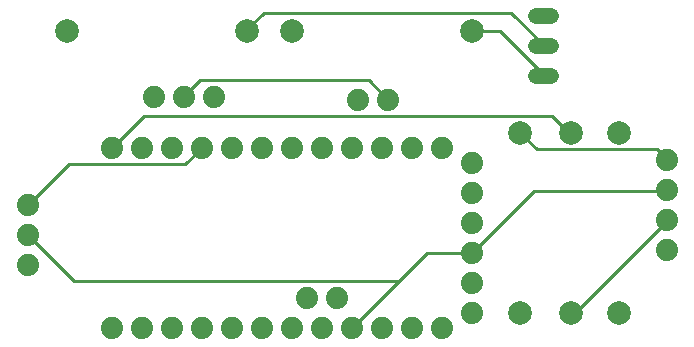
<source format=gbr>
G04 EAGLE Gerber RS-274X export*
G75*
%MOMM*%
%FSLAX34Y34*%
%LPD*%
%INBottom Copper*%
%IPPOS*%
%AMOC8*
5,1,8,0,0,1.08239X$1,22.5*%
G01*
%ADD10C,1.879600*%
%ADD11C,2.000000*%
%ADD12C,1.320800*%
%ADD13C,0.254000*%


D10*
X101600Y177800D03*
X127000Y177800D03*
X152400Y177800D03*
X177800Y177800D03*
X203200Y177800D03*
X228600Y177800D03*
X254000Y177800D03*
X279400Y177800D03*
X304800Y177800D03*
X330200Y177800D03*
X355600Y177800D03*
X381000Y177800D03*
X381000Y25400D03*
X355600Y25400D03*
X330200Y25400D03*
X304800Y25400D03*
X279400Y25400D03*
X254000Y25400D03*
X228600Y25400D03*
X203200Y25400D03*
X177800Y25400D03*
X152400Y25400D03*
X127000Y25400D03*
X101600Y25400D03*
X406400Y38100D03*
X406400Y63500D03*
X406400Y88900D03*
X406400Y114300D03*
X406400Y139700D03*
X406400Y165100D03*
X187960Y220980D03*
X162560Y220980D03*
X137160Y220980D03*
X266700Y50800D03*
X292100Y50800D03*
X335280Y218440D03*
X309880Y218440D03*
X30480Y129540D03*
X30480Y104140D03*
X30480Y78740D03*
D11*
X406400Y276860D03*
X254000Y276860D03*
D12*
X460756Y289560D02*
X473964Y289560D01*
X473964Y238760D02*
X460756Y238760D01*
X460756Y264160D02*
X473964Y264160D01*
D11*
X63500Y276860D03*
X215900Y276860D03*
D10*
X571500Y167640D03*
X571500Y142240D03*
X571500Y116840D03*
X571500Y91440D03*
D11*
X447040Y38100D03*
X447040Y190500D03*
X490220Y190500D03*
X490220Y38100D03*
X530860Y190500D03*
X530860Y38100D03*
D13*
X334963Y219075D02*
X319088Y234950D01*
X176213Y234950D01*
X163513Y222250D01*
X334963Y219075D02*
X335280Y218440D01*
X163513Y222250D02*
X162560Y220980D01*
X343694Y64294D02*
X368300Y88900D01*
X343694Y64294D02*
X304800Y25400D01*
X368300Y88900D02*
X406400Y88900D01*
X458788Y141288D01*
X571500Y141288D01*
X571500Y142240D01*
X69850Y65088D02*
X31750Y103188D01*
X69850Y65088D02*
X342900Y65088D01*
X31750Y103188D02*
X30480Y104140D01*
X342900Y65088D02*
X343694Y64294D01*
X65088Y163513D02*
X31750Y130175D01*
X65088Y163513D02*
X163513Y163513D01*
X177800Y177800D01*
X31750Y130175D02*
X30480Y129540D01*
X101600Y177800D02*
X128588Y204788D01*
X474663Y204788D01*
X488950Y190500D01*
X490220Y190500D01*
X466725Y239713D02*
X430213Y276225D01*
X406400Y276225D01*
X466725Y239713D02*
X467360Y238760D01*
X406400Y276225D02*
X406400Y276860D01*
X439738Y292100D02*
X466725Y265113D01*
X439738Y292100D02*
X230188Y292100D01*
X215900Y277813D01*
X466725Y265113D02*
X467360Y264160D01*
X215900Y276860D02*
X215900Y277813D01*
X563563Y176213D02*
X571500Y168275D01*
X563563Y176213D02*
X461963Y176213D01*
X447675Y190500D01*
X571500Y168275D02*
X571500Y167640D01*
X447675Y190500D02*
X447040Y190500D01*
X571500Y115888D02*
X493713Y38100D01*
X490220Y38100D01*
X571500Y115888D02*
X571500Y116840D01*
M02*

</source>
